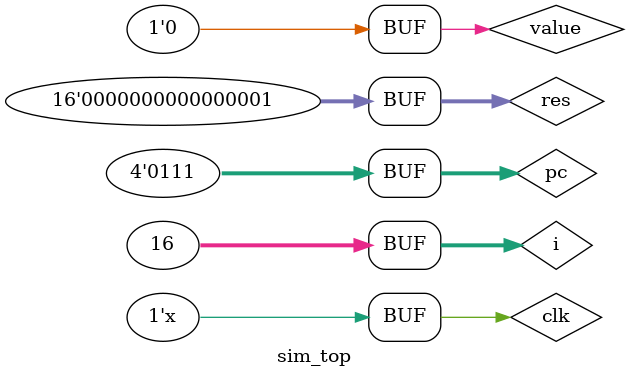
<source format=v>
`timescale 1ns / 1ps


module sim_top;
    reg clk;
    reg [3:0] pc;
    reg  value;
    wire [3:0] value_out;
    wire [7:0] all;
    wire [15:0] res;
    
    reg [11:0] multi[6:0];
  
  assign res = (5'b10001 !=5'b10101);  

    top top_u(.clk(clk),.pc(pc),.value(value),.value_out(value_out),.all(all));
    integer i;
    initial begin
    for(i=0;i<16;i=i+1)begin
        multi[i] = 12'h0;
    end
    
    multi[7][10:6] = 5'b10001;
    multi[6][10:6] = 5'b11111;
    
    clk = 0;
    pc = 4'h4;
    value = 0;
    
    #3
    pc = 4'h1;
    #3
    pc = 4'h2;
    #3
    pc = 4'h3;
    #3
    pc = 4'h4;
    #3
    pc = 4'h5;
    #3
    pc = 4'h6;
    #3
    pc = 4'h7;
    
    end
    
    always #1 clk = ~clk;



endmodule

</source>
